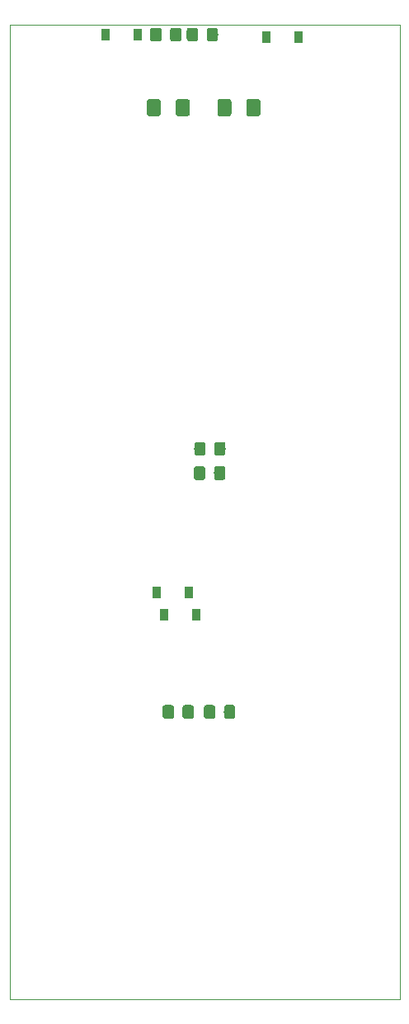
<source format=gbr>
%TF.GenerationSoftware,KiCad,Pcbnew,(5.1.0)-1*%
%TF.CreationDate,2020-03-08T21:47:15+01:00*%
%TF.ProjectId,KicadJE_AC3340_RevA _PCB,4b696361-644a-4455-9f41-43333334305f,rev?*%
%TF.SameCoordinates,Original*%
%TF.FileFunction,Paste,Top*%
%TF.FilePolarity,Positive*%
%FSLAX46Y46*%
G04 Gerber Fmt 4.6, Leading zero omitted, Abs format (unit mm)*
G04 Created by KiCad (PCBNEW (5.1.0)-1) date 2020-03-08 21:47:15*
%MOMM*%
%LPD*%
G04 APERTURE LIST*
%ADD10C,0.050000*%
%ADD11C,0.150000*%
%ADD12C,1.425000*%
%ADD13C,1.150000*%
%ADD14R,0.900000X1.200000*%
G04 APERTURE END LIST*
D10*
X50000000Y-150000000D02*
X50000000Y-50000000D01*
X90000000Y-150000000D02*
X50000000Y-150000000D01*
X90000000Y-50000000D02*
X90000000Y-150000000D01*
X50000000Y-50000000D02*
X90000000Y-50000000D01*
D11*
G36*
X65249504Y-57626204D02*
G01*
X65273773Y-57629804D01*
X65297571Y-57635765D01*
X65320671Y-57644030D01*
X65342849Y-57654520D01*
X65363893Y-57667133D01*
X65383598Y-57681747D01*
X65401777Y-57698223D01*
X65418253Y-57716402D01*
X65432867Y-57736107D01*
X65445480Y-57757151D01*
X65455970Y-57779329D01*
X65464235Y-57802429D01*
X65470196Y-57826227D01*
X65473796Y-57850496D01*
X65475000Y-57875000D01*
X65475000Y-59125000D01*
X65473796Y-59149504D01*
X65470196Y-59173773D01*
X65464235Y-59197571D01*
X65455970Y-59220671D01*
X65445480Y-59242849D01*
X65432867Y-59263893D01*
X65418253Y-59283598D01*
X65401777Y-59301777D01*
X65383598Y-59318253D01*
X65363893Y-59332867D01*
X65342849Y-59345480D01*
X65320671Y-59355970D01*
X65297571Y-59364235D01*
X65273773Y-59370196D01*
X65249504Y-59373796D01*
X65225000Y-59375000D01*
X64300000Y-59375000D01*
X64275496Y-59373796D01*
X64251227Y-59370196D01*
X64227429Y-59364235D01*
X64204329Y-59355970D01*
X64182151Y-59345480D01*
X64161107Y-59332867D01*
X64141402Y-59318253D01*
X64123223Y-59301777D01*
X64106747Y-59283598D01*
X64092133Y-59263893D01*
X64079520Y-59242849D01*
X64069030Y-59220671D01*
X64060765Y-59197571D01*
X64054804Y-59173773D01*
X64051204Y-59149504D01*
X64050000Y-59125000D01*
X64050000Y-57875000D01*
X64051204Y-57850496D01*
X64054804Y-57826227D01*
X64060765Y-57802429D01*
X64069030Y-57779329D01*
X64079520Y-57757151D01*
X64092133Y-57736107D01*
X64106747Y-57716402D01*
X64123223Y-57698223D01*
X64141402Y-57681747D01*
X64161107Y-57667133D01*
X64182151Y-57654520D01*
X64204329Y-57644030D01*
X64227429Y-57635765D01*
X64251227Y-57629804D01*
X64275496Y-57626204D01*
X64300000Y-57625000D01*
X65225000Y-57625000D01*
X65249504Y-57626204D01*
X65249504Y-57626204D01*
G37*
D12*
X64762500Y-58500000D03*
D11*
G36*
X68224504Y-57626204D02*
G01*
X68248773Y-57629804D01*
X68272571Y-57635765D01*
X68295671Y-57644030D01*
X68317849Y-57654520D01*
X68338893Y-57667133D01*
X68358598Y-57681747D01*
X68376777Y-57698223D01*
X68393253Y-57716402D01*
X68407867Y-57736107D01*
X68420480Y-57757151D01*
X68430970Y-57779329D01*
X68439235Y-57802429D01*
X68445196Y-57826227D01*
X68448796Y-57850496D01*
X68450000Y-57875000D01*
X68450000Y-59125000D01*
X68448796Y-59149504D01*
X68445196Y-59173773D01*
X68439235Y-59197571D01*
X68430970Y-59220671D01*
X68420480Y-59242849D01*
X68407867Y-59263893D01*
X68393253Y-59283598D01*
X68376777Y-59301777D01*
X68358598Y-59318253D01*
X68338893Y-59332867D01*
X68317849Y-59345480D01*
X68295671Y-59355970D01*
X68272571Y-59364235D01*
X68248773Y-59370196D01*
X68224504Y-59373796D01*
X68200000Y-59375000D01*
X67275000Y-59375000D01*
X67250496Y-59373796D01*
X67226227Y-59370196D01*
X67202429Y-59364235D01*
X67179329Y-59355970D01*
X67157151Y-59345480D01*
X67136107Y-59332867D01*
X67116402Y-59318253D01*
X67098223Y-59301777D01*
X67081747Y-59283598D01*
X67067133Y-59263893D01*
X67054520Y-59242849D01*
X67044030Y-59220671D01*
X67035765Y-59197571D01*
X67029804Y-59173773D01*
X67026204Y-59149504D01*
X67025000Y-59125000D01*
X67025000Y-57875000D01*
X67026204Y-57850496D01*
X67029804Y-57826227D01*
X67035765Y-57802429D01*
X67044030Y-57779329D01*
X67054520Y-57757151D01*
X67067133Y-57736107D01*
X67081747Y-57716402D01*
X67098223Y-57698223D01*
X67116402Y-57681747D01*
X67136107Y-57667133D01*
X67157151Y-57654520D01*
X67179329Y-57644030D01*
X67202429Y-57635765D01*
X67226227Y-57629804D01*
X67250496Y-57626204D01*
X67275000Y-57625000D01*
X68200000Y-57625000D01*
X68224504Y-57626204D01*
X68224504Y-57626204D01*
G37*
D12*
X67737500Y-58500000D03*
D11*
G36*
X75474504Y-57626204D02*
G01*
X75498773Y-57629804D01*
X75522571Y-57635765D01*
X75545671Y-57644030D01*
X75567849Y-57654520D01*
X75588893Y-57667133D01*
X75608598Y-57681747D01*
X75626777Y-57698223D01*
X75643253Y-57716402D01*
X75657867Y-57736107D01*
X75670480Y-57757151D01*
X75680970Y-57779329D01*
X75689235Y-57802429D01*
X75695196Y-57826227D01*
X75698796Y-57850496D01*
X75700000Y-57875000D01*
X75700000Y-59125000D01*
X75698796Y-59149504D01*
X75695196Y-59173773D01*
X75689235Y-59197571D01*
X75680970Y-59220671D01*
X75670480Y-59242849D01*
X75657867Y-59263893D01*
X75643253Y-59283598D01*
X75626777Y-59301777D01*
X75608598Y-59318253D01*
X75588893Y-59332867D01*
X75567849Y-59345480D01*
X75545671Y-59355970D01*
X75522571Y-59364235D01*
X75498773Y-59370196D01*
X75474504Y-59373796D01*
X75450000Y-59375000D01*
X74525000Y-59375000D01*
X74500496Y-59373796D01*
X74476227Y-59370196D01*
X74452429Y-59364235D01*
X74429329Y-59355970D01*
X74407151Y-59345480D01*
X74386107Y-59332867D01*
X74366402Y-59318253D01*
X74348223Y-59301777D01*
X74331747Y-59283598D01*
X74317133Y-59263893D01*
X74304520Y-59242849D01*
X74294030Y-59220671D01*
X74285765Y-59197571D01*
X74279804Y-59173773D01*
X74276204Y-59149504D01*
X74275000Y-59125000D01*
X74275000Y-57875000D01*
X74276204Y-57850496D01*
X74279804Y-57826227D01*
X74285765Y-57802429D01*
X74294030Y-57779329D01*
X74304520Y-57757151D01*
X74317133Y-57736107D01*
X74331747Y-57716402D01*
X74348223Y-57698223D01*
X74366402Y-57681747D01*
X74386107Y-57667133D01*
X74407151Y-57654520D01*
X74429329Y-57644030D01*
X74452429Y-57635765D01*
X74476227Y-57629804D01*
X74500496Y-57626204D01*
X74525000Y-57625000D01*
X75450000Y-57625000D01*
X75474504Y-57626204D01*
X75474504Y-57626204D01*
G37*
D12*
X74987500Y-58500000D03*
D11*
G36*
X72499504Y-57626204D02*
G01*
X72523773Y-57629804D01*
X72547571Y-57635765D01*
X72570671Y-57644030D01*
X72592849Y-57654520D01*
X72613893Y-57667133D01*
X72633598Y-57681747D01*
X72651777Y-57698223D01*
X72668253Y-57716402D01*
X72682867Y-57736107D01*
X72695480Y-57757151D01*
X72705970Y-57779329D01*
X72714235Y-57802429D01*
X72720196Y-57826227D01*
X72723796Y-57850496D01*
X72725000Y-57875000D01*
X72725000Y-59125000D01*
X72723796Y-59149504D01*
X72720196Y-59173773D01*
X72714235Y-59197571D01*
X72705970Y-59220671D01*
X72695480Y-59242849D01*
X72682867Y-59263893D01*
X72668253Y-59283598D01*
X72651777Y-59301777D01*
X72633598Y-59318253D01*
X72613893Y-59332867D01*
X72592849Y-59345480D01*
X72570671Y-59355970D01*
X72547571Y-59364235D01*
X72523773Y-59370196D01*
X72499504Y-59373796D01*
X72475000Y-59375000D01*
X71550000Y-59375000D01*
X71525496Y-59373796D01*
X71501227Y-59370196D01*
X71477429Y-59364235D01*
X71454329Y-59355970D01*
X71432151Y-59345480D01*
X71411107Y-59332867D01*
X71391402Y-59318253D01*
X71373223Y-59301777D01*
X71356747Y-59283598D01*
X71342133Y-59263893D01*
X71329520Y-59242849D01*
X71319030Y-59220671D01*
X71310765Y-59197571D01*
X71304804Y-59173773D01*
X71301204Y-59149504D01*
X71300000Y-59125000D01*
X71300000Y-57875000D01*
X71301204Y-57850496D01*
X71304804Y-57826227D01*
X71310765Y-57802429D01*
X71319030Y-57779329D01*
X71329520Y-57757151D01*
X71342133Y-57736107D01*
X71356747Y-57716402D01*
X71373223Y-57698223D01*
X71391402Y-57681747D01*
X71411107Y-57667133D01*
X71432151Y-57654520D01*
X71454329Y-57644030D01*
X71477429Y-57635765D01*
X71501227Y-57629804D01*
X71525496Y-57626204D01*
X71550000Y-57625000D01*
X72475000Y-57625000D01*
X72499504Y-57626204D01*
X72499504Y-57626204D01*
G37*
D12*
X72012500Y-58500000D03*
D11*
G36*
X69824505Y-95301204D02*
G01*
X69848773Y-95304804D01*
X69872572Y-95310765D01*
X69895671Y-95319030D01*
X69917850Y-95329520D01*
X69938893Y-95342132D01*
X69958599Y-95356747D01*
X69976777Y-95373223D01*
X69993253Y-95391401D01*
X70007868Y-95411107D01*
X70020480Y-95432150D01*
X70030970Y-95454329D01*
X70039235Y-95477428D01*
X70045196Y-95501227D01*
X70048796Y-95525495D01*
X70050000Y-95549999D01*
X70050000Y-96450001D01*
X70048796Y-96474505D01*
X70045196Y-96498773D01*
X70039235Y-96522572D01*
X70030970Y-96545671D01*
X70020480Y-96567850D01*
X70007868Y-96588893D01*
X69993253Y-96608599D01*
X69976777Y-96626777D01*
X69958599Y-96643253D01*
X69938893Y-96657868D01*
X69917850Y-96670480D01*
X69895671Y-96680970D01*
X69872572Y-96689235D01*
X69848773Y-96695196D01*
X69824505Y-96698796D01*
X69800001Y-96700000D01*
X69149999Y-96700000D01*
X69125495Y-96698796D01*
X69101227Y-96695196D01*
X69077428Y-96689235D01*
X69054329Y-96680970D01*
X69032150Y-96670480D01*
X69011107Y-96657868D01*
X68991401Y-96643253D01*
X68973223Y-96626777D01*
X68956747Y-96608599D01*
X68942132Y-96588893D01*
X68929520Y-96567850D01*
X68919030Y-96545671D01*
X68910765Y-96522572D01*
X68904804Y-96498773D01*
X68901204Y-96474505D01*
X68900000Y-96450001D01*
X68900000Y-95549999D01*
X68901204Y-95525495D01*
X68904804Y-95501227D01*
X68910765Y-95477428D01*
X68919030Y-95454329D01*
X68929520Y-95432150D01*
X68942132Y-95411107D01*
X68956747Y-95391401D01*
X68973223Y-95373223D01*
X68991401Y-95356747D01*
X69011107Y-95342132D01*
X69032150Y-95329520D01*
X69054329Y-95319030D01*
X69077428Y-95310765D01*
X69101227Y-95304804D01*
X69125495Y-95301204D01*
X69149999Y-95300000D01*
X69800001Y-95300000D01*
X69824505Y-95301204D01*
X69824505Y-95301204D01*
G37*
D13*
X69475000Y-96000000D03*
D11*
G36*
X71874505Y-95301204D02*
G01*
X71898773Y-95304804D01*
X71922572Y-95310765D01*
X71945671Y-95319030D01*
X71967850Y-95329520D01*
X71988893Y-95342132D01*
X72008599Y-95356747D01*
X72026777Y-95373223D01*
X72043253Y-95391401D01*
X72057868Y-95411107D01*
X72070480Y-95432150D01*
X72080970Y-95454329D01*
X72089235Y-95477428D01*
X72095196Y-95501227D01*
X72098796Y-95525495D01*
X72100000Y-95549999D01*
X72100000Y-96450001D01*
X72098796Y-96474505D01*
X72095196Y-96498773D01*
X72089235Y-96522572D01*
X72080970Y-96545671D01*
X72070480Y-96567850D01*
X72057868Y-96588893D01*
X72043253Y-96608599D01*
X72026777Y-96626777D01*
X72008599Y-96643253D01*
X71988893Y-96657868D01*
X71967850Y-96670480D01*
X71945671Y-96680970D01*
X71922572Y-96689235D01*
X71898773Y-96695196D01*
X71874505Y-96698796D01*
X71850001Y-96700000D01*
X71199999Y-96700000D01*
X71175495Y-96698796D01*
X71151227Y-96695196D01*
X71127428Y-96689235D01*
X71104329Y-96680970D01*
X71082150Y-96670480D01*
X71061107Y-96657868D01*
X71041401Y-96643253D01*
X71023223Y-96626777D01*
X71006747Y-96608599D01*
X70992132Y-96588893D01*
X70979520Y-96567850D01*
X70969030Y-96545671D01*
X70960765Y-96522572D01*
X70954804Y-96498773D01*
X70951204Y-96474505D01*
X70950000Y-96450001D01*
X70950000Y-95549999D01*
X70951204Y-95525495D01*
X70954804Y-95501227D01*
X70960765Y-95477428D01*
X70969030Y-95454329D01*
X70979520Y-95432150D01*
X70992132Y-95411107D01*
X71006747Y-95391401D01*
X71023223Y-95373223D01*
X71041401Y-95356747D01*
X71061107Y-95342132D01*
X71082150Y-95329520D01*
X71104329Y-95319030D01*
X71127428Y-95310765D01*
X71151227Y-95304804D01*
X71175495Y-95301204D01*
X71199999Y-95300000D01*
X71850001Y-95300000D01*
X71874505Y-95301204D01*
X71874505Y-95301204D01*
G37*
D13*
X71525000Y-96000000D03*
D11*
G36*
X69849505Y-92801204D02*
G01*
X69873773Y-92804804D01*
X69897572Y-92810765D01*
X69920671Y-92819030D01*
X69942850Y-92829520D01*
X69963893Y-92842132D01*
X69983599Y-92856747D01*
X70001777Y-92873223D01*
X70018253Y-92891401D01*
X70032868Y-92911107D01*
X70045480Y-92932150D01*
X70055970Y-92954329D01*
X70064235Y-92977428D01*
X70070196Y-93001227D01*
X70073796Y-93025495D01*
X70075000Y-93049999D01*
X70075000Y-93950001D01*
X70073796Y-93974505D01*
X70070196Y-93998773D01*
X70064235Y-94022572D01*
X70055970Y-94045671D01*
X70045480Y-94067850D01*
X70032868Y-94088893D01*
X70018253Y-94108599D01*
X70001777Y-94126777D01*
X69983599Y-94143253D01*
X69963893Y-94157868D01*
X69942850Y-94170480D01*
X69920671Y-94180970D01*
X69897572Y-94189235D01*
X69873773Y-94195196D01*
X69849505Y-94198796D01*
X69825001Y-94200000D01*
X69174999Y-94200000D01*
X69150495Y-94198796D01*
X69126227Y-94195196D01*
X69102428Y-94189235D01*
X69079329Y-94180970D01*
X69057150Y-94170480D01*
X69036107Y-94157868D01*
X69016401Y-94143253D01*
X68998223Y-94126777D01*
X68981747Y-94108599D01*
X68967132Y-94088893D01*
X68954520Y-94067850D01*
X68944030Y-94045671D01*
X68935765Y-94022572D01*
X68929804Y-93998773D01*
X68926204Y-93974505D01*
X68925000Y-93950001D01*
X68925000Y-93049999D01*
X68926204Y-93025495D01*
X68929804Y-93001227D01*
X68935765Y-92977428D01*
X68944030Y-92954329D01*
X68954520Y-92932150D01*
X68967132Y-92911107D01*
X68981747Y-92891401D01*
X68998223Y-92873223D01*
X69016401Y-92856747D01*
X69036107Y-92842132D01*
X69057150Y-92829520D01*
X69079329Y-92819030D01*
X69102428Y-92810765D01*
X69126227Y-92804804D01*
X69150495Y-92801204D01*
X69174999Y-92800000D01*
X69825001Y-92800000D01*
X69849505Y-92801204D01*
X69849505Y-92801204D01*
G37*
D13*
X69500000Y-93500000D03*
D11*
G36*
X71899505Y-92801204D02*
G01*
X71923773Y-92804804D01*
X71947572Y-92810765D01*
X71970671Y-92819030D01*
X71992850Y-92829520D01*
X72013893Y-92842132D01*
X72033599Y-92856747D01*
X72051777Y-92873223D01*
X72068253Y-92891401D01*
X72082868Y-92911107D01*
X72095480Y-92932150D01*
X72105970Y-92954329D01*
X72114235Y-92977428D01*
X72120196Y-93001227D01*
X72123796Y-93025495D01*
X72125000Y-93049999D01*
X72125000Y-93950001D01*
X72123796Y-93974505D01*
X72120196Y-93998773D01*
X72114235Y-94022572D01*
X72105970Y-94045671D01*
X72095480Y-94067850D01*
X72082868Y-94088893D01*
X72068253Y-94108599D01*
X72051777Y-94126777D01*
X72033599Y-94143253D01*
X72013893Y-94157868D01*
X71992850Y-94170480D01*
X71970671Y-94180970D01*
X71947572Y-94189235D01*
X71923773Y-94195196D01*
X71899505Y-94198796D01*
X71875001Y-94200000D01*
X71224999Y-94200000D01*
X71200495Y-94198796D01*
X71176227Y-94195196D01*
X71152428Y-94189235D01*
X71129329Y-94180970D01*
X71107150Y-94170480D01*
X71086107Y-94157868D01*
X71066401Y-94143253D01*
X71048223Y-94126777D01*
X71031747Y-94108599D01*
X71017132Y-94088893D01*
X71004520Y-94067850D01*
X70994030Y-94045671D01*
X70985765Y-94022572D01*
X70979804Y-93998773D01*
X70976204Y-93974505D01*
X70975000Y-93950001D01*
X70975000Y-93049999D01*
X70976204Y-93025495D01*
X70979804Y-93001227D01*
X70985765Y-92977428D01*
X70994030Y-92954329D01*
X71004520Y-92932150D01*
X71017132Y-92911107D01*
X71031747Y-92891401D01*
X71048223Y-92873223D01*
X71066401Y-92856747D01*
X71086107Y-92842132D01*
X71107150Y-92829520D01*
X71129329Y-92819030D01*
X71152428Y-92810765D01*
X71176227Y-92804804D01*
X71200495Y-92801204D01*
X71224999Y-92800000D01*
X71875001Y-92800000D01*
X71899505Y-92801204D01*
X71899505Y-92801204D01*
G37*
D13*
X71550000Y-93500000D03*
D11*
G36*
X72899505Y-119801204D02*
G01*
X72923773Y-119804804D01*
X72947572Y-119810765D01*
X72970671Y-119819030D01*
X72992850Y-119829520D01*
X73013893Y-119842132D01*
X73033599Y-119856747D01*
X73051777Y-119873223D01*
X73068253Y-119891401D01*
X73082868Y-119911107D01*
X73095480Y-119932150D01*
X73105970Y-119954329D01*
X73114235Y-119977428D01*
X73120196Y-120001227D01*
X73123796Y-120025495D01*
X73125000Y-120049999D01*
X73125000Y-120950001D01*
X73123796Y-120974505D01*
X73120196Y-120998773D01*
X73114235Y-121022572D01*
X73105970Y-121045671D01*
X73095480Y-121067850D01*
X73082868Y-121088893D01*
X73068253Y-121108599D01*
X73051777Y-121126777D01*
X73033599Y-121143253D01*
X73013893Y-121157868D01*
X72992850Y-121170480D01*
X72970671Y-121180970D01*
X72947572Y-121189235D01*
X72923773Y-121195196D01*
X72899505Y-121198796D01*
X72875001Y-121200000D01*
X72224999Y-121200000D01*
X72200495Y-121198796D01*
X72176227Y-121195196D01*
X72152428Y-121189235D01*
X72129329Y-121180970D01*
X72107150Y-121170480D01*
X72086107Y-121157868D01*
X72066401Y-121143253D01*
X72048223Y-121126777D01*
X72031747Y-121108599D01*
X72017132Y-121088893D01*
X72004520Y-121067850D01*
X71994030Y-121045671D01*
X71985765Y-121022572D01*
X71979804Y-120998773D01*
X71976204Y-120974505D01*
X71975000Y-120950001D01*
X71975000Y-120049999D01*
X71976204Y-120025495D01*
X71979804Y-120001227D01*
X71985765Y-119977428D01*
X71994030Y-119954329D01*
X72004520Y-119932150D01*
X72017132Y-119911107D01*
X72031747Y-119891401D01*
X72048223Y-119873223D01*
X72066401Y-119856747D01*
X72086107Y-119842132D01*
X72107150Y-119829520D01*
X72129329Y-119819030D01*
X72152428Y-119810765D01*
X72176227Y-119804804D01*
X72200495Y-119801204D01*
X72224999Y-119800000D01*
X72875001Y-119800000D01*
X72899505Y-119801204D01*
X72899505Y-119801204D01*
G37*
D13*
X72550000Y-120500000D03*
D11*
G36*
X70849505Y-119801204D02*
G01*
X70873773Y-119804804D01*
X70897572Y-119810765D01*
X70920671Y-119819030D01*
X70942850Y-119829520D01*
X70963893Y-119842132D01*
X70983599Y-119856747D01*
X71001777Y-119873223D01*
X71018253Y-119891401D01*
X71032868Y-119911107D01*
X71045480Y-119932150D01*
X71055970Y-119954329D01*
X71064235Y-119977428D01*
X71070196Y-120001227D01*
X71073796Y-120025495D01*
X71075000Y-120049999D01*
X71075000Y-120950001D01*
X71073796Y-120974505D01*
X71070196Y-120998773D01*
X71064235Y-121022572D01*
X71055970Y-121045671D01*
X71045480Y-121067850D01*
X71032868Y-121088893D01*
X71018253Y-121108599D01*
X71001777Y-121126777D01*
X70983599Y-121143253D01*
X70963893Y-121157868D01*
X70942850Y-121170480D01*
X70920671Y-121180970D01*
X70897572Y-121189235D01*
X70873773Y-121195196D01*
X70849505Y-121198796D01*
X70825001Y-121200000D01*
X70174999Y-121200000D01*
X70150495Y-121198796D01*
X70126227Y-121195196D01*
X70102428Y-121189235D01*
X70079329Y-121180970D01*
X70057150Y-121170480D01*
X70036107Y-121157868D01*
X70016401Y-121143253D01*
X69998223Y-121126777D01*
X69981747Y-121108599D01*
X69967132Y-121088893D01*
X69954520Y-121067850D01*
X69944030Y-121045671D01*
X69935765Y-121022572D01*
X69929804Y-120998773D01*
X69926204Y-120974505D01*
X69925000Y-120950001D01*
X69925000Y-120049999D01*
X69926204Y-120025495D01*
X69929804Y-120001227D01*
X69935765Y-119977428D01*
X69944030Y-119954329D01*
X69954520Y-119932150D01*
X69967132Y-119911107D01*
X69981747Y-119891401D01*
X69998223Y-119873223D01*
X70016401Y-119856747D01*
X70036107Y-119842132D01*
X70057150Y-119829520D01*
X70079329Y-119819030D01*
X70102428Y-119810765D01*
X70126227Y-119804804D01*
X70150495Y-119801204D01*
X70174999Y-119800000D01*
X70825001Y-119800000D01*
X70849505Y-119801204D01*
X70849505Y-119801204D01*
G37*
D13*
X70500000Y-120500000D03*
D11*
G36*
X66599505Y-119801204D02*
G01*
X66623773Y-119804804D01*
X66647572Y-119810765D01*
X66670671Y-119819030D01*
X66692850Y-119829520D01*
X66713893Y-119842132D01*
X66733599Y-119856747D01*
X66751777Y-119873223D01*
X66768253Y-119891401D01*
X66782868Y-119911107D01*
X66795480Y-119932150D01*
X66805970Y-119954329D01*
X66814235Y-119977428D01*
X66820196Y-120001227D01*
X66823796Y-120025495D01*
X66825000Y-120049999D01*
X66825000Y-120950001D01*
X66823796Y-120974505D01*
X66820196Y-120998773D01*
X66814235Y-121022572D01*
X66805970Y-121045671D01*
X66795480Y-121067850D01*
X66782868Y-121088893D01*
X66768253Y-121108599D01*
X66751777Y-121126777D01*
X66733599Y-121143253D01*
X66713893Y-121157868D01*
X66692850Y-121170480D01*
X66670671Y-121180970D01*
X66647572Y-121189235D01*
X66623773Y-121195196D01*
X66599505Y-121198796D01*
X66575001Y-121200000D01*
X65924999Y-121200000D01*
X65900495Y-121198796D01*
X65876227Y-121195196D01*
X65852428Y-121189235D01*
X65829329Y-121180970D01*
X65807150Y-121170480D01*
X65786107Y-121157868D01*
X65766401Y-121143253D01*
X65748223Y-121126777D01*
X65731747Y-121108599D01*
X65717132Y-121088893D01*
X65704520Y-121067850D01*
X65694030Y-121045671D01*
X65685765Y-121022572D01*
X65679804Y-120998773D01*
X65676204Y-120974505D01*
X65675000Y-120950001D01*
X65675000Y-120049999D01*
X65676204Y-120025495D01*
X65679804Y-120001227D01*
X65685765Y-119977428D01*
X65694030Y-119954329D01*
X65704520Y-119932150D01*
X65717132Y-119911107D01*
X65731747Y-119891401D01*
X65748223Y-119873223D01*
X65766401Y-119856747D01*
X65786107Y-119842132D01*
X65807150Y-119829520D01*
X65829329Y-119819030D01*
X65852428Y-119810765D01*
X65876227Y-119804804D01*
X65900495Y-119801204D01*
X65924999Y-119800000D01*
X66575001Y-119800000D01*
X66599505Y-119801204D01*
X66599505Y-119801204D01*
G37*
D13*
X66250000Y-120500000D03*
D11*
G36*
X68649505Y-119801204D02*
G01*
X68673773Y-119804804D01*
X68697572Y-119810765D01*
X68720671Y-119819030D01*
X68742850Y-119829520D01*
X68763893Y-119842132D01*
X68783599Y-119856747D01*
X68801777Y-119873223D01*
X68818253Y-119891401D01*
X68832868Y-119911107D01*
X68845480Y-119932150D01*
X68855970Y-119954329D01*
X68864235Y-119977428D01*
X68870196Y-120001227D01*
X68873796Y-120025495D01*
X68875000Y-120049999D01*
X68875000Y-120950001D01*
X68873796Y-120974505D01*
X68870196Y-120998773D01*
X68864235Y-121022572D01*
X68855970Y-121045671D01*
X68845480Y-121067850D01*
X68832868Y-121088893D01*
X68818253Y-121108599D01*
X68801777Y-121126777D01*
X68783599Y-121143253D01*
X68763893Y-121157868D01*
X68742850Y-121170480D01*
X68720671Y-121180970D01*
X68697572Y-121189235D01*
X68673773Y-121195196D01*
X68649505Y-121198796D01*
X68625001Y-121200000D01*
X67974999Y-121200000D01*
X67950495Y-121198796D01*
X67926227Y-121195196D01*
X67902428Y-121189235D01*
X67879329Y-121180970D01*
X67857150Y-121170480D01*
X67836107Y-121157868D01*
X67816401Y-121143253D01*
X67798223Y-121126777D01*
X67781747Y-121108599D01*
X67767132Y-121088893D01*
X67754520Y-121067850D01*
X67744030Y-121045671D01*
X67735765Y-121022572D01*
X67729804Y-120998773D01*
X67726204Y-120974505D01*
X67725000Y-120950001D01*
X67725000Y-120049999D01*
X67726204Y-120025495D01*
X67729804Y-120001227D01*
X67735765Y-119977428D01*
X67744030Y-119954329D01*
X67754520Y-119932150D01*
X67767132Y-119911107D01*
X67781747Y-119891401D01*
X67798223Y-119873223D01*
X67816401Y-119856747D01*
X67836107Y-119842132D01*
X67857150Y-119829520D01*
X67879329Y-119819030D01*
X67902428Y-119810765D01*
X67926227Y-119804804D01*
X67950495Y-119801204D01*
X67974999Y-119800000D01*
X68625001Y-119800000D01*
X68649505Y-119801204D01*
X68649505Y-119801204D01*
G37*
D13*
X68300000Y-120500000D03*
D14*
X65850000Y-110500000D03*
X69150000Y-110500000D03*
X65100000Y-108250000D03*
X68400000Y-108250000D03*
X63150000Y-51000000D03*
X59850000Y-51000000D03*
X79650000Y-51250000D03*
X76350000Y-51250000D03*
D11*
G36*
X71124505Y-50301204D02*
G01*
X71148773Y-50304804D01*
X71172572Y-50310765D01*
X71195671Y-50319030D01*
X71217850Y-50329520D01*
X71238893Y-50342132D01*
X71258599Y-50356747D01*
X71276777Y-50373223D01*
X71293253Y-50391401D01*
X71307868Y-50411107D01*
X71320480Y-50432150D01*
X71330970Y-50454329D01*
X71339235Y-50477428D01*
X71345196Y-50501227D01*
X71348796Y-50525495D01*
X71350000Y-50549999D01*
X71350000Y-51450001D01*
X71348796Y-51474505D01*
X71345196Y-51498773D01*
X71339235Y-51522572D01*
X71330970Y-51545671D01*
X71320480Y-51567850D01*
X71307868Y-51588893D01*
X71293253Y-51608599D01*
X71276777Y-51626777D01*
X71258599Y-51643253D01*
X71238893Y-51657868D01*
X71217850Y-51670480D01*
X71195671Y-51680970D01*
X71172572Y-51689235D01*
X71148773Y-51695196D01*
X71124505Y-51698796D01*
X71100001Y-51700000D01*
X70449999Y-51700000D01*
X70425495Y-51698796D01*
X70401227Y-51695196D01*
X70377428Y-51689235D01*
X70354329Y-51680970D01*
X70332150Y-51670480D01*
X70311107Y-51657868D01*
X70291401Y-51643253D01*
X70273223Y-51626777D01*
X70256747Y-51608599D01*
X70242132Y-51588893D01*
X70229520Y-51567850D01*
X70219030Y-51545671D01*
X70210765Y-51522572D01*
X70204804Y-51498773D01*
X70201204Y-51474505D01*
X70200000Y-51450001D01*
X70200000Y-50549999D01*
X70201204Y-50525495D01*
X70204804Y-50501227D01*
X70210765Y-50477428D01*
X70219030Y-50454329D01*
X70229520Y-50432150D01*
X70242132Y-50411107D01*
X70256747Y-50391401D01*
X70273223Y-50373223D01*
X70291401Y-50356747D01*
X70311107Y-50342132D01*
X70332150Y-50329520D01*
X70354329Y-50319030D01*
X70377428Y-50310765D01*
X70401227Y-50304804D01*
X70425495Y-50301204D01*
X70449999Y-50300000D01*
X71100001Y-50300000D01*
X71124505Y-50301204D01*
X71124505Y-50301204D01*
G37*
D13*
X70775000Y-51000000D03*
D11*
G36*
X69074505Y-50301204D02*
G01*
X69098773Y-50304804D01*
X69122572Y-50310765D01*
X69145671Y-50319030D01*
X69167850Y-50329520D01*
X69188893Y-50342132D01*
X69208599Y-50356747D01*
X69226777Y-50373223D01*
X69243253Y-50391401D01*
X69257868Y-50411107D01*
X69270480Y-50432150D01*
X69280970Y-50454329D01*
X69289235Y-50477428D01*
X69295196Y-50501227D01*
X69298796Y-50525495D01*
X69300000Y-50549999D01*
X69300000Y-51450001D01*
X69298796Y-51474505D01*
X69295196Y-51498773D01*
X69289235Y-51522572D01*
X69280970Y-51545671D01*
X69270480Y-51567850D01*
X69257868Y-51588893D01*
X69243253Y-51608599D01*
X69226777Y-51626777D01*
X69208599Y-51643253D01*
X69188893Y-51657868D01*
X69167850Y-51670480D01*
X69145671Y-51680970D01*
X69122572Y-51689235D01*
X69098773Y-51695196D01*
X69074505Y-51698796D01*
X69050001Y-51700000D01*
X68399999Y-51700000D01*
X68375495Y-51698796D01*
X68351227Y-51695196D01*
X68327428Y-51689235D01*
X68304329Y-51680970D01*
X68282150Y-51670480D01*
X68261107Y-51657868D01*
X68241401Y-51643253D01*
X68223223Y-51626777D01*
X68206747Y-51608599D01*
X68192132Y-51588893D01*
X68179520Y-51567850D01*
X68169030Y-51545671D01*
X68160765Y-51522572D01*
X68154804Y-51498773D01*
X68151204Y-51474505D01*
X68150000Y-51450001D01*
X68150000Y-50549999D01*
X68151204Y-50525495D01*
X68154804Y-50501227D01*
X68160765Y-50477428D01*
X68169030Y-50454329D01*
X68179520Y-50432150D01*
X68192132Y-50411107D01*
X68206747Y-50391401D01*
X68223223Y-50373223D01*
X68241401Y-50356747D01*
X68261107Y-50342132D01*
X68282150Y-50329520D01*
X68304329Y-50319030D01*
X68327428Y-50310765D01*
X68351227Y-50304804D01*
X68375495Y-50301204D01*
X68399999Y-50300000D01*
X69050001Y-50300000D01*
X69074505Y-50301204D01*
X69074505Y-50301204D01*
G37*
D13*
X68725000Y-51000000D03*
D11*
G36*
X65324505Y-50301204D02*
G01*
X65348773Y-50304804D01*
X65372572Y-50310765D01*
X65395671Y-50319030D01*
X65417850Y-50329520D01*
X65438893Y-50342132D01*
X65458599Y-50356747D01*
X65476777Y-50373223D01*
X65493253Y-50391401D01*
X65507868Y-50411107D01*
X65520480Y-50432150D01*
X65530970Y-50454329D01*
X65539235Y-50477428D01*
X65545196Y-50501227D01*
X65548796Y-50525495D01*
X65550000Y-50549999D01*
X65550000Y-51450001D01*
X65548796Y-51474505D01*
X65545196Y-51498773D01*
X65539235Y-51522572D01*
X65530970Y-51545671D01*
X65520480Y-51567850D01*
X65507868Y-51588893D01*
X65493253Y-51608599D01*
X65476777Y-51626777D01*
X65458599Y-51643253D01*
X65438893Y-51657868D01*
X65417850Y-51670480D01*
X65395671Y-51680970D01*
X65372572Y-51689235D01*
X65348773Y-51695196D01*
X65324505Y-51698796D01*
X65300001Y-51700000D01*
X64649999Y-51700000D01*
X64625495Y-51698796D01*
X64601227Y-51695196D01*
X64577428Y-51689235D01*
X64554329Y-51680970D01*
X64532150Y-51670480D01*
X64511107Y-51657868D01*
X64491401Y-51643253D01*
X64473223Y-51626777D01*
X64456747Y-51608599D01*
X64442132Y-51588893D01*
X64429520Y-51567850D01*
X64419030Y-51545671D01*
X64410765Y-51522572D01*
X64404804Y-51498773D01*
X64401204Y-51474505D01*
X64400000Y-51450001D01*
X64400000Y-50549999D01*
X64401204Y-50525495D01*
X64404804Y-50501227D01*
X64410765Y-50477428D01*
X64419030Y-50454329D01*
X64429520Y-50432150D01*
X64442132Y-50411107D01*
X64456747Y-50391401D01*
X64473223Y-50373223D01*
X64491401Y-50356747D01*
X64511107Y-50342132D01*
X64532150Y-50329520D01*
X64554329Y-50319030D01*
X64577428Y-50310765D01*
X64601227Y-50304804D01*
X64625495Y-50301204D01*
X64649999Y-50300000D01*
X65300001Y-50300000D01*
X65324505Y-50301204D01*
X65324505Y-50301204D01*
G37*
D13*
X64975000Y-51000000D03*
D11*
G36*
X67374505Y-50301204D02*
G01*
X67398773Y-50304804D01*
X67422572Y-50310765D01*
X67445671Y-50319030D01*
X67467850Y-50329520D01*
X67488893Y-50342132D01*
X67508599Y-50356747D01*
X67526777Y-50373223D01*
X67543253Y-50391401D01*
X67557868Y-50411107D01*
X67570480Y-50432150D01*
X67580970Y-50454329D01*
X67589235Y-50477428D01*
X67595196Y-50501227D01*
X67598796Y-50525495D01*
X67600000Y-50549999D01*
X67600000Y-51450001D01*
X67598796Y-51474505D01*
X67595196Y-51498773D01*
X67589235Y-51522572D01*
X67580970Y-51545671D01*
X67570480Y-51567850D01*
X67557868Y-51588893D01*
X67543253Y-51608599D01*
X67526777Y-51626777D01*
X67508599Y-51643253D01*
X67488893Y-51657868D01*
X67467850Y-51670480D01*
X67445671Y-51680970D01*
X67422572Y-51689235D01*
X67398773Y-51695196D01*
X67374505Y-51698796D01*
X67350001Y-51700000D01*
X66699999Y-51700000D01*
X66675495Y-51698796D01*
X66651227Y-51695196D01*
X66627428Y-51689235D01*
X66604329Y-51680970D01*
X66582150Y-51670480D01*
X66561107Y-51657868D01*
X66541401Y-51643253D01*
X66523223Y-51626777D01*
X66506747Y-51608599D01*
X66492132Y-51588893D01*
X66479520Y-51567850D01*
X66469030Y-51545671D01*
X66460765Y-51522572D01*
X66454804Y-51498773D01*
X66451204Y-51474505D01*
X66450000Y-51450001D01*
X66450000Y-50549999D01*
X66451204Y-50525495D01*
X66454804Y-50501227D01*
X66460765Y-50477428D01*
X66469030Y-50454329D01*
X66479520Y-50432150D01*
X66492132Y-50411107D01*
X66506747Y-50391401D01*
X66523223Y-50373223D01*
X66541401Y-50356747D01*
X66561107Y-50342132D01*
X66582150Y-50329520D01*
X66604329Y-50319030D01*
X66627428Y-50310765D01*
X66651227Y-50304804D01*
X66675495Y-50301204D01*
X66699999Y-50300000D01*
X67350001Y-50300000D01*
X67374505Y-50301204D01*
X67374505Y-50301204D01*
G37*
D13*
X67025000Y-51000000D03*
M02*

</source>
